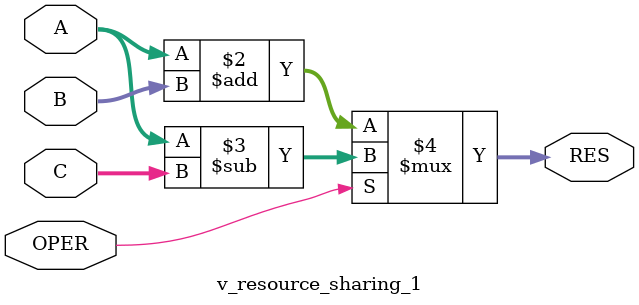
<source format=v>
module v_resource_sharing_1 (A, B, C, OPER, RES);
    input  [7:0] A, B, C;
    input  OPER;
    output [7:0] RES;
    wire   [7:0] RES;

    assign RES = !OPER ? A + B : A - C;
	 
endmodule

</source>
